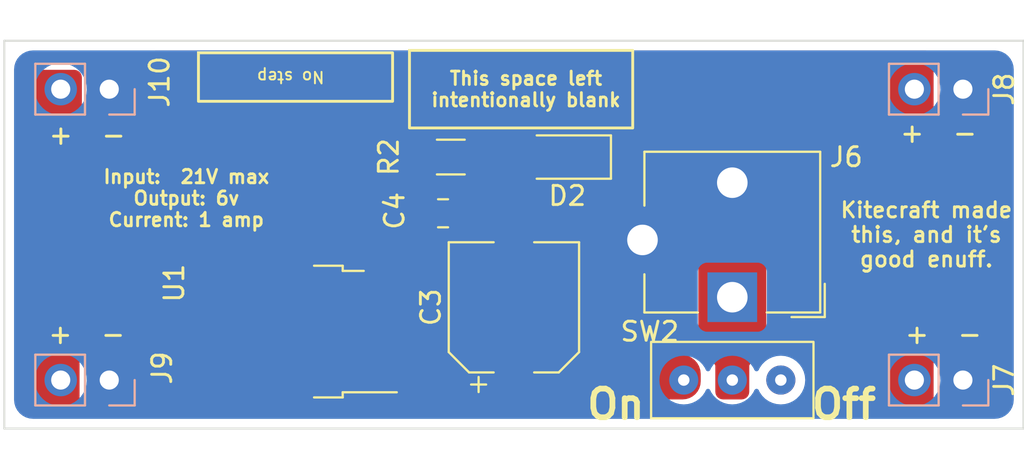
<source format=kicad_pcb>
(kicad_pcb (version 20211014) (generator pcbnew)
  (layers (0 "F.Cu" signal) (31 "B.Cu" signal) (34 "B.Paste" user) (35 "F.Paste" user) (36 "B.SilkS" user "B.Silkscreen") (37 "F.SilkS" user "F.Silkscreen") (38 "B.Mask" user) (39 "F.Mask" user) (44 "Edge.Cuts" user))
  (net 0 "")
  (net 1 "VCC")
  (net 2 "GND")
  (net 3 "Net-(D2-Pad2)")
  (net 4 "Net-(J6-Pad1)")
  (net 6 "+6V")
  (footprint "Kitecraft_Switches:SPDT_Switch_3mm" (layer "F.Cu") (at 137.16 135.128 180)
    (fp_text reference "SW2" (at 4.318 2.54 unlocked) (layer "F.SilkS"))
    (fp_text value "SW_SPDT")
    (fp_rect (start 4.25 -2) (end -4.25 2) (layer "F.SilkS") (width 0.12) (fill none))
    (pad "1" thru_hole circle (at -2.54 0 180) (size 1.524 1.524) (drill 0.6) (layers *.Cu *.Mask))
    (pad "2" thru_hole circle (at 0 0 180) (size 1.524 1.524) (drill 0.6) (layers *.Cu *.Mask) (net 4 "Net-(J6-Pad1)"))
    (pad "3" thru_hole circle (at 2.54 0 180) (size 1.524 1.524) (drill 0.6) (layers *.Cu *.Mask) (net 1 "VCC"))
  )
  (footprint "Kitecraft_Terminal_Blocks:BarrelJack_CUI_PJ-102AH_Horizontal_3_Pin_Short" (layer "F.Cu") (at 137.16 130.787 180)
    (fp_text reference "J6" (at -5.964 7.343) (layer "F.SilkS"))
    (fp_text value "Barrel_Jack_MountingPin")
    (fp_line (start -4.84 0.7) (end -4.84 -1.04) (layer "F.SilkS") (width 0.12))
    (fp_line (start 1.8 -0.8) (end 4.6 -0.8) (layer "F.SilkS") (width 0.12))
    (fp_line (start -4.6 7.62) (end -4.6 -0.8) (layer "F.SilkS") (width 0.12))
    (fp_line (start 4.6 4.8) (end 4.6 7.62) (layer "F.SilkS") (width 0.12))
    (fp_line (start -4.84 -1.04) (end -3.1 -1.04) (layer "F.SilkS") (width 0.12))
    (fp_line (start 4.6 -0.8) (end 4.6 1.2) (layer "F.SilkS") (width 0.12))
    (fp_line (start -4.6 -0.8) (end -1.8 -0.8) (layer "F.SilkS") (width 0.12))
    (fp_line (start 4.6 7.62) (end -4.6 7.62) (layer "F.SilkS") (width 0.12))
    (pad "1" thru_hole rect (at 0 0 180) (size 2.6 2.6) (drill 1.6) (layers *.Cu *.Mask) (net 4 "Net-(J6-Pad1)"))
    (pad "2" thru_hole circle (at 0 6 180) (size 2.6 2.6) (drill 1.6) (layers *.Cu *.Mask) (net 2 "GND"))
    (pad "MP" thru_hole circle (at 4.7 3 180) (size 2.6 2.6) (drill 1.6) (layers *.Cu *.Mask) (net 2 "GND"))
  )
  (footprint "LED_SMD:LED_1206_3216Metric" (layer "F.Cu") (at 128.524 123.444 180)
    (fp_text reference "D2" (at 0 -2.032) (layer "F.SilkS"))
    (fp_text value "LED")
    (fp_line (start 1.6 -1.135) (end -2.285 -1.135) (layer "F.SilkS") (width 0.12))
    (fp_line (start -2.285 -1.135) (end -2.285 1.135) (layer "F.SilkS") (width 0.12))
    (fp_line (start -2.285 1.135) (end 1.6 1.135) (layer "F.SilkS") (width 0.12))
    (pad "1" smd roundrect (at -1.4 0 180) (size 1.25 1.75) (layers "F.Cu" "F.Paste" "F.Mask") (roundrect_rratio 0.2) (net 2 "GND"))
    (pad "2" smd roundrect (at 1.4 0 180) (size 1.25 1.75) (layers "F.Cu" "F.Paste" "F.Mask") (roundrect_rratio 0.2) (net 3 "Net-(D2-Pad2)"))
  )
  (footprint "Capacitor_SMD:CP_Elec_6.3x5.9" (layer "F.Cu") (at 125.73 131.318 90)
    (fp_text reference "C3" (at 0 -4.35 90) (layer "F.SilkS"))
    (fp_text value "C_Polarized")
    (fp_line (start -4.04375 -2.24125) (end -4.04375 -1.45375) (layer "F.SilkS") (width 0.12))
    (fp_line (start -2.345563 3.41) (end 3.41 3.41) (layer "F.SilkS") (width 0.12))
    (fp_line (start -3.41 2.345563) (end -3.41 1.06) (layer "F.SilkS") (width 0.12))
    (fp_line (start -2.345563 -3.41) (end 3.41 -3.41) (layer "F.SilkS") (width 0.12))
    (fp_line (start -4.4375 -1.8475) (end -3.65 -1.8475) (layer "F.SilkS") (width 0.12))
    (fp_line (start -3.41 -2.345563) (end -3.41 -1.06) (layer "F.SilkS") (width 0.12))
    (fp_line (start -3.41 2.345563) (end -2.345563 3.41) (layer "F.SilkS") (width 0.12))
    (fp_line (start 3.41 -3.41) (end 3.41 -1.06) (layer "F.SilkS") (width 0.12))
    (fp_line (start -3.41 -2.345563) (end -2.345563 -3.41) (layer "F.SilkS") (width 0.12))
    (fp_line (start 3.41 3.41) (end 3.41 1.06) (layer "F.SilkS") (width 0.12))
    (pad "1" smd roundrect (at -2.8 0 90) (size 3.5 1.6) (layers "F.Cu" "F.Paste" "F.Mask") (roundrect_rratio 0.15625) (net 1 "VCC"))
    (pad "2" smd roundrect (at 2.8 0 90) (size 3.5 1.6) (layers "F.Cu" "F.Paste" "F.Mask") (roundrect_rratio 0.15625) (net 2 "GND"))
  )
  (footprint "Capacitor_SMD:C_0805_2012Metric" (layer "F.Cu") (at 122.0216 126.3904)
    (fp_text reference "C4" (at -2.54 -0.127 90) (layer "F.SilkS"))
    (fp_text value "C_Polarized")
    (fp_line (start -0.261252 0.735) (end 0.261252 0.735) (layer "F.SilkS") (width 0.12))
    (fp_line (start -0.261252 -0.735) (end 0.261252 -0.735) (layer "F.SilkS") (width 0.12))
    (pad "1" smd roundrect (at -0.95 0) (size 1 1.45) (layers "F.Cu" "F.Paste" "F.Mask") (net 6 "+6V"))
    (pad "2" smd roundrect (at 0.95 0) (size 1 1.45) (layers "F.Cu" "F.Paste" "F.Mask") (net 2 "GND"))
  )
  (footprint "Resistor_SMD:R_1206_3216Metric" (layer "F.Cu") (at 122.428 123.444)
    (fp_text reference "R2" (at -3.2512 0 90) (layer "F.SilkS"))
    (fp_text value "150R")
    (fp_line (start -0.727064 -0.91) (end 0.727064 -0.91) (layer "F.SilkS") (width 0.12))
    (fp_line (start -0.727064 0.91) (end 0.727064 0.91) (layer "F.SilkS") (width 0.12))
    (pad "1" smd roundrect (at -1.4625 0) (size 1.125 1.75) (layers "F.Cu" "F.Paste" "F.Mask") (roundrect_rratio 0.2222222222) (net 6 "+6V"))
    (pad "2" smd roundrect (at 1.4625 0) (size 1.125 1.75) (layers "F.Cu" "F.Paste" "F.Mask") (roundrect_rratio 0.2222222222) (net 3 "Net-(D2-Pad2)"))
  )
  (footprint "Package_TO_SOT_SMD:TO-252-2" (layer "F.Cu") (at 114.3 132.588 180)
    (fp_text reference "U1" (at 6.35 2.54 90) (layer "F.SilkS"))
    (fp_text value "BA7806")
    (fp_line (start -2.47 -3.18) (end -5.3 -3.18) (layer "F.SilkS") (width 0.12))
    (fp_line (start -0.97 3.45) (end -2.47 3.45) (layer "F.SilkS") (width 0.12))
    (fp_line (start -0.97 -3.45) (end -2.47 -3.45) (layer "F.SilkS") (width 0.12))
    (fp_line (start -2.47 3.18) (end -3.57 3.18) (layer "F.SilkS") (width 0.12))
    (fp_line (start -2.47 3.45) (end -2.47 3.18) (layer "F.SilkS") (width 0.12))
    (fp_line (start -2.47 -3.45) (end -2.47 -3.18) (layer "F.SilkS") (width 0.12))
    (pad "1" smd rect (at -4.2 -2.28 180) (size 2.2 1.2) (layers "F.Cu" "F.Paste" "F.Mask") (net 1 "VCC"))
    (pad "2" smd rect (at 2.1 0 180) (size 6.4 5.8) (layers "F.Cu" "F.Mask") (net 2 "GND"))
    (pad "3" smd rect (at -4.2 2.28 180) (size 2.2 1.2) (layers "F.Cu" "F.Paste" "F.Mask") (net 6 "+6V"))
  )
  (footprint "Connector_PinHeader_2.54mm:PinHeader_1x02_P2.54mm_Vertical" (layer "B.Cu") (at 104.5514 119.888 90)
    (fp_text reference "J10" (at 0.381 2.6316 90) (layer "F.SilkS"))
    (fp_text value "Conn_01x02")
    (fp_line (start -1.33 0) (end -1.33 1.33) (layer "B.SilkS") (width 0.12))
    (fp_line (start -1.33 -1.27) (end -1.33 -3.87) (layer "B.SilkS") (width 0.12))
    (fp_line (start 1.33 -1.27) (end 1.33 -3.87) (layer "B.SilkS") (width 0.12))
    (fp_line (start -1.33 -3.87) (end 1.33 -3.87) (layer "B.SilkS") (width 0.12))
    (fp_line (start -1.33 -1.27) (end 1.33 -1.27) (layer "B.SilkS") (width 0.12))
    (fp_line (start -1.33 1.33) (end 0 1.33) (layer "B.SilkS") (width 0.12))
    (pad "1" thru_hole rect (at 0 0 90) (size 1.7 1.7) (drill 1) (layers *.Cu *.Mask) (net 2 "GND"))
    (pad "2" thru_hole oval (at 0 -2.54 90) (size 1.7 1.7) (drill 1) (layers *.Cu *.Mask) (net 6 "+6V"))
  )
  (footprint "Connector_PinHeader_2.54mm:PinHeader_1x02_P2.54mm_Vertical" (layer "B.Cu") (at 149.23 135.128 90)
    (fp_text reference "J7" (at 0 2.154 90) (layer "F.SilkS"))
    (fp_text value "Conn_01x02")
    (fp_line (start -1.33 1.33) (end 0 1.33) (layer "B.SilkS") (width 0.12))
    (fp_line (start -1.33 0) (end -1.33 1.33) (layer "B.SilkS") (width 0.12))
    (fp_line (start -1.33 -1.27) (end 1.33 -1.27) (layer "B.SilkS") (width 0.12))
    (fp_line (start 1.33 -1.27) (end 1.33 -3.87) (layer "B.SilkS") (width 0.12))
    (fp_line (start -1.33 -1.27) (end -1.33 -3.87) (layer "B.SilkS") (width 0.12))
    (fp_line (start -1.33 -3.87) (end 1.33 -3.87) (layer "B.SilkS") (width 0.12))
    (pad "1" thru_hole rect (at 0 0 90) (size 1.7 1.7) (drill 1) (layers *.Cu *.Mask) (net 2 "GND"))
    (pad "2" thru_hole oval (at 0 -2.54 90) (size 1.7 1.7) (drill 1) (layers *.Cu *.Mask) (net 6 "+6V"))
  )
  (footprint "Connector_PinHeader_2.54mm:PinHeader_1x02_P2.54mm_Vertical" (layer "B.Cu") (at 149.23 119.888 90)
    (fp_text reference "J8" (at 0 2.154 90) (layer "F.SilkS"))
    (fp_text value "Conn_01x02")
    (fp_line (start 1.33 -1.27) (end 1.33 -3.87) (layer "B.SilkS") (width 0.12))
    (fp_line (start -1.33 1.33) (end 0 1.33) (layer "B.SilkS") (width 0.12))
    (fp_line (start -1.33 -1.27) (end -1.33 -3.87) (layer "B.SilkS") (width 0.12))
    (fp_line (start -1.33 -3.87) (end 1.33 -3.87) (layer "B.SilkS") (width 0.12))
    (fp_line (start -1.33 0) (end -1.33 1.33) (layer "B.SilkS") (width 0.12))
    (fp_line (start -1.33 -1.27) (end 1.33 -1.27) (layer "B.SilkS") (width 0.12))
    (pad "1" thru_hole rect (at 0 0 90) (size 1.7 1.7) (drill 1) (layers *.Cu *.Mask) (net 2 "GND"))
    (pad "2" thru_hole oval (at 0 -2.54 90) (size 1.7 1.7) (drill 1) (layers *.Cu *.Mask) (net 6 "+6V"))
  )
  (footprint "Connector_PinHeader_2.54mm:PinHeader_1x02_P2.54mm_Vertical" (layer "B.Cu") (at 104.5514 135.128 90)
    (fp_text reference "J9" (at 0.635 2.7636 90) (layer "F.SilkS"))
    (fp_text value "Conn_01x02")
    (fp_line (start -1.33 0) (end -1.33 1.33) (layer "B.SilkS") (width 0.12))
    (fp_line (start -1.33 -1.27) (end 1.33 -1.27) (layer "B.SilkS") (width 0.12))
    (fp_line (start 1.33 -1.27) (end 1.33 -3.87) (layer "B.SilkS") (width 0.12))
    (fp_line (start -1.33 1.33) (end 0 1.33) (layer "B.SilkS") (width 0.12))
    (fp_line (start -1.33 -3.87) (end 1.33 -3.87) (layer "B.SilkS") (width 0.12))
    (fp_line (start -1.33 -1.27) (end -1.33 -3.87) (layer "B.SilkS") (width 0.12))
    (pad "1" thru_hole rect (at 0 0 90) (size 1.7 1.7) (drill 1) (layers *.Cu *.Mask) (net 2 "GND"))
    (pad "2" thru_hole oval (at 0 -2.54 90) (size 1.7 1.7) (drill 1) (layers *.Cu *.Mask) (net 6 "+6V"))
  )
  (gr_rect (start 120.264 121.92) (end 131.948 117.856) (layer "F.SilkS") (width 0.15) (fill none))
  (gr_rect (start 119.38 120.523) (end 109.22 117.983) (layer "F.SilkS") (width 0.15) (fill none))
  (gr_line (start 152.4 137.668) (end 99.06 137.668) (layer "Edge.Cuts") (width 0.1))
  (gr_line (start 99.06 137.668) (end 99.06 117.348) (layer "Edge.Cuts") (width 0.1))
  (gr_line (start 152.4 117.348) (end 152.4 137.668) (layer "Edge.Cuts") (width 0.1))
  (gr_line (start 152.4 117.348) (end 99.06 117.348) (layer "Edge.Cuts") (width 0.1))
  (gr_text "+  -" (at 103.3984 122.2756) (layer "F.SilkS") (effects (font (size 1 1))))
  (gr_text "+  -" (at 103.373 132.715) (layer "F.SilkS") (effects (font (size 1 1))))
  (gr_text "Input:  21V max\nOutput: 6v\nCurrent: 1 amp" (at 108.585 125.603) (layer "F.SilkS") (effects (font (size 0.7 0.7))))
  (gr_text "On" (at 131.064 136.398) (layer "F.SilkS") (effects (font (size 1.5 1.5) (thickness 0.3))))
  (gr_text "Off" (at 143.002 136.398) (layer "F.SilkS") (effects (font (size 1.5 1.5) (thickness 0.3))))
  (gr_text "Kitecraft made\nthis, and it's\ngood enuff." (at 147.32 127.508) (layer "F.SilkS") (effects (font (size 0.8 0.8))))
  (gr_text "This space left\nintentionally blank" (at 126.36 119.888) (layer "F.SilkS") (effects (font (size 0.7 0.7))))
  (gr_text "+  -" (at 147.955 122.174) (layer "F.SilkS") (effects (font (size 1 1))))
  (gr_text "No step" (at 114.046 119.253 180) (layer "F.SilkS") (effects (font (size 0.6 0.6) (thickness 0.1))))
  (gr_text "+  -" (at 148.209 132.715) (layer "F.SilkS") (effects (font (size 1 1))))
  (zone (net 3) (net_name "Net-(D2-Pad2)") (layer "F.Cu") (connect_pads yes (clearance 0.508)) (min_thickness 0.254) (fill yes (thermal_gap 0.508) (thermal_bridge_width 0.508) (smoothing fillet) (radius 0.4))
    (polygon (pts (xy 123.19 122.428) (xy 128.016 122.428) (xy 128.016 124.46) (xy 123.19 124.46)))
  )
  (zone (net 2) (net_name "GND") (layer "F.Cu") (connect_pads yes (clearance 0.508)) (min_thickness 0.254) (fill yes (thermal_gap 0.508) (thermal_bridge_width 0.508) (smoothing fillet) (radius 0.4))
    (polygon (pts (xy 103.5304 129.159) (xy 115.697 129.159) (xy 115.697 136.0932) (xy 103.5304 136.0932)))
  )
  (zone (net 2) (net_name "GND") (layer "F.Cu") (connect_pads yes (clearance 0.508)) (min_thickness 0.254) (fill yes (thermal_gap 0.508) (thermal_bridge_width 0.508) (smoothing fillet) (radius 1))
    (polygon (pts (xy 122.3264 129.54) (xy 122.3264 124.968) (xy 128.27 124.968) (xy 129.032 124.206) (xy 129.032 122.1232) (xy 134.112 122.1232) (xy 134.112 130.556) (xy 124.968 130.556)))
  )
  (zone (net 6) (net_name "+6V") (layer "F.Cu") (connect_pads yes (clearance 0.508)) (min_thickness 0.254) (fill yes (thermal_gap 0.508) (thermal_bridge_width 0.508) (smoothing fillet) (radius 0.4))
    (polygon (pts (xy 100.33 118.872) (xy 103.119 118.872) (xy 103.119 122.047) (xy 117.5004 122.047) (xy 117.5004 127.5588) (xy 117.5004 128.524) (xy 102.997 128.524) (xy 102.997 136.652) (xy 100.33 136.652)))
  )
  (zone (net 6) (net_name "+6V") (layer "F.Cu") (connect_pads yes (clearance 0.508)) (min_thickness 0.254) (fill yes (thermal_gap 0.508) (thermal_bridge_width 0.508) (smoothing fillet) (radius 0.4))
    (polygon (pts (xy 145.161 129.54) (xy 138.171 121.412) (xy 121.721059 121.425071) (xy 121.7168 131.267178) (xy 116.9416 131.1656) (xy 116.9416 128.4732) (xy 106.553 128.4732) (xy 106.553 117.856) (xy 147.696 117.856) (xy 147.696 136.652) (xy 145.161 136.652)))
  )
  (zone (net 4) (net_name "Net-(J6-Pad1)") (layer "F.Cu") (connect_pads yes (clearance 0.508)) (min_thickness 0.254) (fill yes (thermal_gap 0.508) (thermal_bridge_width 0.508) (smoothing fillet) (radius 0.4))
    (polygon (pts (xy 136.271 134.366) (xy 135.382 132.842) (xy 135.382 128.905) (xy 138.938 128.905) (xy 138.938 132.842) (xy 138.049 134.366) (xy 138.049 136.144) (xy 136.271 136.144)))
  )
  (zone (net 1) (net_name "VCC") (layer "F.Cu") (connect_pads yes (clearance 0.508)) (min_thickness 0.254) (fill yes (thermal_gap 0.508) (thermal_bridge_width 0.508) (smoothing fillet) (radius 1))
    (polygon (pts (xy 117.094 133.858) (xy 119.634 132.08) (xy 131.826 132.08) (xy 135.509 134.239) (xy 135.509 136.144) (xy 117.094 136.144)))
  )
  (zone (net 2) (net_name "GND") (layer "B.Cu") (connect_pads yes (clearance 0.508)) (min_thickness 0.254) (fill yes (thermal_gap 0.508) (thermal_bridge_width 0.508) (smoothing fillet) (radius 1))
    (polygon (pts (xy 99.568 117.856) (xy 151.892 117.856) (xy 151.892 137.16) (xy 99.568 137.16)))
  )
)
</source>
